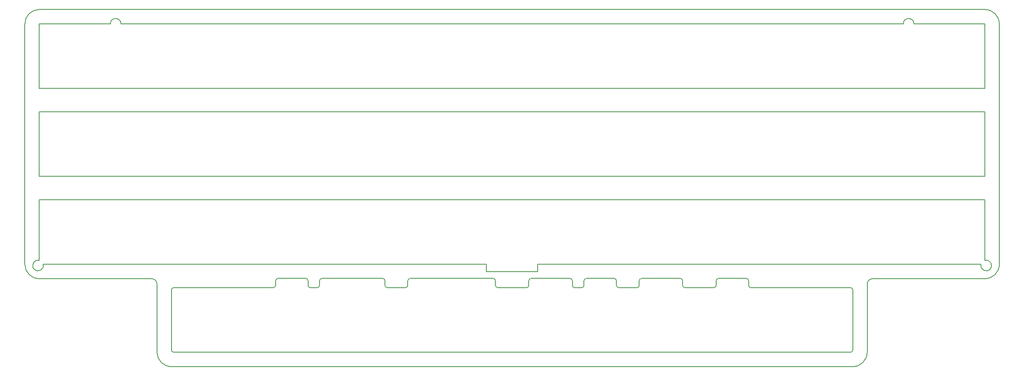
<source format=gm1>
%TF.GenerationSoftware,KiCad,Pcbnew,(7.0.0)*%
%TF.CreationDate,2023-11-20T08:37:48+01:00*%
%TF.ProjectId,plate,706c6174-652e-46b6-9963-61645f706362,rev?*%
%TF.SameCoordinates,Original*%
%TF.FileFunction,Profile,NP*%
%FSLAX46Y46*%
G04 Gerber Fmt 4.6, Leading zero omitted, Abs format (unit mm)*
G04 Created by KiCad (PCBNEW (7.0.0)) date 2023-11-20 08:37:48*
%MOMM*%
%LPD*%
G01*
G04 APERTURE LIST*
%TA.AperFunction,Profile*%
%ADD10C,0.200000*%
%TD*%
G04 APERTURE END LIST*
D10*
X55770140Y-110980437D02*
X59668750Y-110981250D01*
X193018750Y-91931250D02*
X197493750Y-91931250D01*
X107293750Y-96981250D02*
X107006250Y-96981250D01*
X243025000Y-91931250D02*
X245406250Y-91931250D01*
X183493750Y-91931250D02*
X187968750Y-91931250D01*
X194025583Y-114533517D02*
G75*
G03*
X193525625Y-114033517I-500083J-83D01*
G01*
X102531250Y-72881250D02*
X107006250Y-72881250D01*
X87956250Y-96981250D02*
X83481250Y-96981250D01*
X192731250Y-58881250D02*
X188256250Y-58881250D01*
X154918750Y-77931250D02*
X150156250Y-77931250D01*
X93006250Y-96981250D02*
X88243750Y-96981250D01*
X216543750Y-91931250D02*
X221306250Y-91931250D01*
X235881250Y-72881250D02*
X240356250Y-72881250D01*
X140631250Y-72881250D02*
X145106250Y-72881250D01*
X102243750Y-110981250D02*
X102531250Y-110981250D01*
X226356250Y-110981250D02*
X230831250Y-110981250D01*
X54906250Y-58881250D02*
X54906250Y-72881250D01*
X88243750Y-110981250D02*
X93006250Y-110981250D01*
X59668750Y-91931250D02*
X68906250Y-91931250D01*
X188256250Y-72881250D02*
X192731250Y-72881250D01*
X178731250Y-72881250D02*
X183206250Y-72881250D01*
X183206250Y-91931250D02*
X183493750Y-91931250D01*
X212068750Y-77931250D02*
X207306250Y-77931250D01*
X169206250Y-110981250D02*
X173681250Y-110981250D01*
X121581250Y-110981250D02*
X126056250Y-110981250D01*
X178443750Y-77931250D02*
X173968750Y-77931250D01*
X201781375Y-114033475D02*
G75*
G03*
X201281375Y-114533517I25J-500025D01*
G01*
X211781250Y-110981250D02*
X216543750Y-110981250D01*
X126056250Y-96981250D02*
X121581250Y-96981250D01*
X230831383Y-116533517D02*
G75*
G03*
X230331375Y-116033517I-499983J17D01*
G01*
X259403670Y-110119752D02*
X259406250Y-96981250D01*
X197493750Y-91931250D02*
X202256250Y-91931250D01*
X211781250Y-96981250D02*
X207306250Y-96981250D01*
X68906250Y-77931250D02*
X59668750Y-77931250D01*
X54906250Y-96981250D02*
X54907479Y-110119293D01*
X183493750Y-96981250D02*
X183206250Y-96981250D01*
X121581250Y-58881250D02*
X116531250Y-58881250D01*
X140631250Y-110981250D02*
X145106250Y-110981250D01*
X106531375Y-114033517D02*
X112531375Y-114033517D01*
X202256250Y-110981250D02*
X202543750Y-110981250D01*
X207306250Y-91931250D02*
X212068750Y-91931250D01*
X207306250Y-96981250D02*
X202543750Y-96981250D01*
X235593750Y-91931250D02*
X238262500Y-91931250D01*
X184144375Y-116033475D02*
G75*
G03*
X184644375Y-115533517I25J499975D01*
G01*
X208281375Y-114533517D02*
X208281375Y-115533517D01*
X80381383Y-115283517D02*
G75*
G03*
X79181375Y-114083517I-1199983J17D01*
G01*
X54906250Y-91931250D02*
X57287500Y-91931250D01*
X170681375Y-116033517D02*
X172206375Y-116033517D01*
X150156250Y-77931250D02*
X145106250Y-77931250D01*
X106031375Y-115533517D02*
X106031375Y-114533517D01*
X145106250Y-72881250D02*
X150156250Y-72881250D01*
X59668750Y-58881250D02*
X54906250Y-58881250D01*
X126056250Y-110981250D02*
X126343750Y-110981250D01*
X241731375Y-58883517D02*
X240356250Y-58881250D01*
X162718750Y-110981250D02*
X162718750Y-112568750D01*
X59668750Y-72881250D02*
X64431250Y-72881250D01*
X169206250Y-72881250D02*
X173681250Y-72881250D01*
X221593750Y-77931250D02*
X221306250Y-77931250D01*
X173968750Y-77931250D02*
X169206250Y-77931250D01*
X150156250Y-96981250D02*
X145393750Y-96981250D01*
X201281375Y-115533517D02*
X201281375Y-114533517D01*
X73668750Y-72881250D02*
X73956250Y-72881250D01*
X68906250Y-72881250D02*
X73668750Y-72881250D01*
X202256250Y-91931250D02*
X202543750Y-91931250D01*
X154631250Y-96981250D02*
X150156250Y-96981250D01*
X185144375Y-114033475D02*
G75*
G03*
X184644375Y-114533517I25J-500025D01*
G01*
X83481383Y-129533517D02*
G75*
G03*
X83981375Y-130033517I500017J17D01*
G01*
X202543750Y-96981250D02*
X202256250Y-96981250D01*
X164156250Y-110981250D02*
X164443750Y-110981250D01*
X200781375Y-116033475D02*
G75*
G03*
X201281375Y-115533517I25J499975D01*
G01*
X221593750Y-91931250D02*
X226068750Y-91931250D01*
X68906250Y-91931250D02*
X78718750Y-91931250D01*
X62050000Y-110981250D02*
X68906250Y-110981250D01*
X192731250Y-96981250D02*
X188256250Y-96981250D01*
X73668750Y-96981250D02*
X68906250Y-96981250D01*
X178443750Y-110981250D02*
X178731250Y-110981250D01*
X80381383Y-130033517D02*
G75*
G03*
X83481375Y-133133517I3100017J17D01*
G01*
X76050000Y-96981250D02*
X73956250Y-96981250D01*
X97481250Y-72881250D02*
X102531250Y-72881250D01*
X87956250Y-110981250D02*
X88243750Y-110981250D01*
X87956250Y-72881250D02*
X93006250Y-72881250D01*
X197781250Y-58881250D02*
X192731250Y-58881250D01*
X243025000Y-96981250D02*
X240643750Y-96981250D01*
X78718750Y-91931250D02*
X87956250Y-91931250D01*
X257025000Y-96981250D02*
X254643750Y-96981250D01*
X145106250Y-77931250D02*
X135868750Y-77931250D01*
X54906250Y-77931250D02*
X54906250Y-91931250D01*
X221306250Y-58881250D02*
X216831250Y-58881250D01*
X73956250Y-72881250D02*
X78431250Y-72881250D01*
X76050000Y-110981250D02*
X83481250Y-110981250D01*
X97481250Y-110981250D02*
X102243750Y-110981250D01*
X245406250Y-96981250D02*
X243025000Y-96981250D01*
X131106250Y-77931250D02*
X126056250Y-77931250D01*
X121581250Y-72881250D02*
X126056250Y-72881250D01*
X202256250Y-77931250D02*
X197493750Y-77931250D01*
X83481375Y-129533517D02*
X83481375Y-116533517D01*
X179706375Y-114533517D02*
X179706375Y-115533517D01*
X259406375Y-114083517D02*
X235131375Y-114083517D01*
X97481250Y-96981250D02*
X93006250Y-96981250D01*
X62050000Y-96981250D02*
X59668750Y-96981250D01*
X235593750Y-96981250D02*
X230831250Y-96981250D01*
X78718750Y-77931250D02*
X68906250Y-77931250D01*
X259406250Y-58881250D02*
X254643750Y-58881250D01*
X257025000Y-110981250D02*
X258542526Y-110982413D01*
X235593750Y-77931250D02*
X226356250Y-77931250D01*
X59668750Y-96981250D02*
X54906250Y-96981250D01*
X221306250Y-110981250D02*
X221593750Y-110981250D01*
X221593750Y-110981250D02*
X226356250Y-110981250D01*
X188256250Y-77931250D02*
X187968750Y-77931250D01*
X113531375Y-116033517D02*
X115024625Y-116033517D01*
X254643750Y-91931250D02*
X257025000Y-91931250D01*
X105531375Y-116033475D02*
G75*
G03*
X106031375Y-115533517I25J499975D01*
G01*
X168918750Y-77931250D02*
X164443750Y-77931250D01*
X131106250Y-96981250D02*
X126343750Y-96981250D01*
X164156250Y-96981250D02*
X159681250Y-96981250D01*
X259406375Y-114083475D02*
G75*
G03*
X262506375Y-110983517I25J3099975D01*
G01*
X112056250Y-91931250D02*
X116818750Y-91931250D01*
X258542575Y-110982424D02*
G75*
G03*
X259403670Y-110119753I1123225J-260076D01*
G01*
X164443750Y-91931250D02*
X168918750Y-91931250D01*
X112056250Y-77931250D02*
X107006250Y-77931250D01*
X107006250Y-72881250D02*
X112056250Y-72881250D01*
X208781375Y-116033517D02*
X230331375Y-116033517D01*
X135581250Y-58881250D02*
X131106250Y-58881250D01*
X257025000Y-91931250D02*
X259406250Y-91931250D01*
X254643750Y-110981250D02*
X257025000Y-110981250D01*
X153544383Y-115533517D02*
G75*
G03*
X154044375Y-116033517I500017J17D01*
G01*
X216543750Y-77931250D02*
X212068750Y-77931250D01*
X230831375Y-116533517D02*
X230831375Y-129533517D01*
X135106375Y-114033475D02*
G75*
G03*
X134606375Y-114533517I25J-500025D01*
G01*
X207018750Y-77931250D02*
X202543750Y-77931250D01*
X185144375Y-114033517D02*
X193525625Y-114033517D01*
X226356250Y-77931250D02*
X226068750Y-77931250D01*
X93006250Y-58881250D02*
X87956250Y-58881250D01*
X134606375Y-115533517D02*
X134606375Y-114533517D01*
X54906375Y-55783475D02*
G75*
G03*
X51806375Y-58883517I25J-3100025D01*
G01*
X121293750Y-96981250D02*
X116531250Y-96981250D01*
X216831250Y-72881250D02*
X221306250Y-72881250D01*
X78431250Y-58881250D02*
X73956250Y-58881250D01*
X83981375Y-116033475D02*
G75*
G03*
X83481375Y-116533517I25J-500025D01*
G01*
X107293750Y-110981250D02*
X112056250Y-110981250D01*
X221306250Y-96981250D02*
X216831250Y-96981250D01*
X197493750Y-96981250D02*
X192731250Y-96981250D01*
X226068750Y-77931250D02*
X221593750Y-77931250D01*
X51806375Y-110983517D02*
X51806375Y-58883517D01*
X73668750Y-110981250D02*
X73956250Y-110981250D01*
X159681250Y-72881250D02*
X164156250Y-72881250D01*
X126343750Y-96981250D02*
X126056250Y-96981250D01*
X194025583Y-115533517D02*
G75*
G03*
X194525625Y-116033517I500117J117D01*
G01*
X102243750Y-96981250D02*
X97481250Y-96981250D01*
X107006250Y-110981250D02*
X107293750Y-110981250D01*
X230831375Y-133133475D02*
G75*
G03*
X233931375Y-130033517I25J3099975D01*
G01*
X59668750Y-77931250D02*
X57287500Y-77931250D01*
X226356250Y-58881250D02*
X221306250Y-58881250D01*
X57287500Y-91931250D02*
X59668750Y-91931250D01*
X64431250Y-72881250D02*
X68906250Y-72881250D01*
X145393750Y-110981250D02*
X150156250Y-110981250D01*
X170181375Y-114533517D02*
X170181375Y-115533517D01*
X208281383Y-115533517D02*
G75*
G03*
X208781375Y-116033517I500017J17D01*
G01*
X164443750Y-110981250D02*
X169206250Y-110981250D01*
X121581250Y-96981250D02*
X121293750Y-96981250D01*
X221306250Y-91931250D02*
X221593750Y-91931250D01*
X207306250Y-58881250D02*
X202256250Y-58881250D01*
X150156250Y-110981250D02*
X151606250Y-110981250D01*
X201781375Y-114033517D02*
X207781375Y-114033517D01*
X164443750Y-77931250D02*
X164156250Y-77931250D01*
X230831250Y-58881250D02*
X226356250Y-58881250D01*
X207306250Y-72881250D02*
X211781250Y-72881250D01*
X179706383Y-114533517D02*
G75*
G03*
X179206375Y-114033517I-499983J17D01*
G01*
X68906250Y-58881250D02*
X64431250Y-58881250D01*
X207018750Y-91931250D02*
X207306250Y-91931250D01*
X259406250Y-96981250D02*
X257025000Y-96981250D01*
X126056250Y-77931250D02*
X116818750Y-77931250D01*
X230331375Y-130033475D02*
G75*
G03*
X230831375Y-129533517I25J499975D01*
G01*
X221593750Y-96981250D02*
X221306250Y-96981250D01*
X173681250Y-58881250D02*
X169206250Y-58881250D01*
X183206250Y-77931250D02*
X178443750Y-77931250D01*
X230831250Y-72881250D02*
X235881250Y-72881250D01*
X243025000Y-110981250D02*
X245406250Y-110981250D01*
X216543750Y-96981250D02*
X211781250Y-96981250D01*
X97481250Y-58881250D02*
X93006250Y-58881250D01*
X179706383Y-115533517D02*
G75*
G03*
X180206375Y-116033517I500017J17D01*
G01*
X68906250Y-110981250D02*
X73668750Y-110981250D01*
X183493750Y-77931250D02*
X183206250Y-77931250D01*
X97768750Y-77931250D02*
X93006250Y-77931250D01*
X240643750Y-96981250D02*
X235593750Y-96981250D01*
X150156250Y-58881250D02*
X145106250Y-58881250D01*
X131106250Y-58881250D02*
X126056250Y-58881250D01*
X131106250Y-91931250D02*
X135868750Y-91931250D01*
X161268375Y-114033517D02*
X169681375Y-114033517D01*
X116531250Y-72881250D02*
X121581250Y-72881250D01*
X135581250Y-96981250D02*
X131106250Y-96981250D01*
X192731250Y-72881250D02*
X197781250Y-72881250D01*
X150156250Y-91931250D02*
X154918750Y-91931250D01*
X102531250Y-96981250D02*
X102243750Y-96981250D01*
X97768750Y-91931250D02*
X107006250Y-91931250D01*
X93006250Y-77931250D02*
X87956250Y-77931250D01*
X216831250Y-58881250D02*
X211781250Y-58881250D01*
X54906375Y-55783517D02*
X259406375Y-55783517D01*
X173206375Y-114033517D02*
X179206375Y-114033517D01*
X202543750Y-91931250D02*
X207018750Y-91931250D01*
X116531250Y-58881250D02*
X112056250Y-58881250D01*
X145106250Y-110981250D02*
X145393750Y-110981250D01*
X259406250Y-91931250D02*
X259406250Y-77931250D01*
X160268375Y-116033475D02*
G75*
G03*
X160768375Y-115533517I25J499975D01*
G01*
X83981375Y-116033517D02*
X105531375Y-116033517D01*
X202256250Y-72881250D02*
X207306250Y-72881250D01*
X83481250Y-96981250D02*
X76050000Y-96981250D01*
X178443750Y-96981250D02*
X173681250Y-96981250D01*
X173206375Y-114033475D02*
G75*
G03*
X172706375Y-114533517I25J-500025D01*
G01*
X245406250Y-110981250D02*
X254643750Y-110981250D01*
X240356250Y-91931250D02*
X240643750Y-91931250D01*
X259406250Y-72881250D02*
X259406250Y-58881250D01*
X131106250Y-72881250D02*
X135581250Y-72881250D01*
X64431250Y-58881250D02*
X59668750Y-58881250D01*
X226356250Y-91931250D02*
X235593750Y-91931250D01*
X187968750Y-91931250D02*
X188256250Y-91931250D01*
X83481250Y-58881250D02*
X78431250Y-58881250D01*
X93006250Y-91931250D02*
X97768750Y-91931250D01*
X107006250Y-96981250D02*
X102531250Y-96981250D01*
X113031383Y-114533517D02*
G75*
G03*
X112531375Y-114033517I-499983J17D01*
G01*
X140631250Y-96981250D02*
X140343750Y-96981250D01*
X197493750Y-110981250D02*
X197781250Y-110981250D01*
X116818750Y-77931250D02*
X112056250Y-77931250D01*
X164443750Y-96981250D02*
X164156250Y-96981250D01*
X221306250Y-77931250D02*
X216543750Y-77931250D01*
X230831250Y-96981250D02*
X226356250Y-96981250D01*
X102531250Y-110981250D02*
X107006250Y-110981250D01*
X197781250Y-72881250D02*
X202256250Y-72881250D01*
X184644375Y-115533517D02*
X184644375Y-114533517D01*
X87956250Y-77931250D02*
X78718750Y-77931250D01*
X257025000Y-72881250D02*
X259406250Y-72881250D01*
X116531250Y-110981250D02*
X121293750Y-110981250D01*
X202256250Y-58881250D02*
X197781250Y-58881250D01*
X87956250Y-91931250D02*
X93006250Y-91931250D01*
X173681250Y-96981250D02*
X169206250Y-96981250D01*
X115024625Y-116033525D02*
G75*
G03*
X115524625Y-115533517I75J499925D01*
G01*
X169206250Y-96981250D02*
X164443750Y-96981250D01*
X112056250Y-96981250D02*
X107293750Y-96981250D01*
X197781250Y-96981250D02*
X197493750Y-96981250D01*
X240643750Y-72881250D02*
X257025000Y-72881250D01*
X112056250Y-58881250D02*
X107006250Y-58881250D01*
X245406250Y-91931250D02*
X252262500Y-91931250D01*
X197493750Y-77931250D02*
X193018750Y-77931250D01*
X116818750Y-91931250D02*
X126056250Y-91931250D01*
X145393750Y-96981250D02*
X145106250Y-96981250D01*
X83481250Y-110981250D02*
X87956250Y-110981250D01*
X150156250Y-72881250D02*
X154631250Y-72881250D01*
X135868750Y-91931250D02*
X145106250Y-91931250D01*
X116531250Y-96981250D02*
X112056250Y-96981250D01*
X113031383Y-115533517D02*
G75*
G03*
X113531375Y-116033517I500017J17D01*
G01*
X207306250Y-77931250D02*
X207018750Y-77931250D01*
X73956250Y-58881250D02*
X72581375Y-58883517D01*
X107006250Y-58881250D02*
X102531250Y-58881250D01*
X183206250Y-72881250D02*
X188256250Y-72881250D01*
X159393750Y-96981250D02*
X154631250Y-96981250D01*
X121293750Y-110981250D02*
X121581250Y-110981250D01*
X178731250Y-58881250D02*
X173681250Y-58881250D01*
X130168375Y-116033517D02*
X134106375Y-116033517D01*
X131106250Y-110981250D02*
X135581250Y-110981250D01*
X51806383Y-110983517D02*
G75*
G03*
X54906375Y-114083517I3100017J17D01*
G01*
X80381375Y-130033517D02*
X80381375Y-115283517D01*
X135581250Y-72881250D02*
X140631250Y-72881250D01*
X240356250Y-72881250D02*
X240643750Y-72881250D01*
X211781250Y-58881250D02*
X207306250Y-58881250D01*
X126056250Y-91931250D02*
X131106250Y-91931250D01*
X151606250Y-112568750D02*
X162718750Y-112568750D01*
X164156250Y-77931250D02*
X154918750Y-77931250D01*
X188256250Y-91931250D02*
X193018750Y-91931250D01*
X172706375Y-115533517D02*
X172706375Y-114533517D01*
X112056250Y-72881250D02*
X116531250Y-72881250D01*
X178443750Y-91931250D02*
X183206250Y-91931250D01*
X235593750Y-110981250D02*
X240643750Y-110981250D01*
X107006250Y-91931250D02*
X112056250Y-91931250D01*
X212068750Y-91931250D02*
X216543750Y-91931250D01*
X134106375Y-116033475D02*
G75*
G03*
X134606375Y-115533517I25J499975D01*
G01*
X257025000Y-77931250D02*
X240643750Y-77931250D01*
X106531375Y-114033475D02*
G75*
G03*
X106031375Y-114533517I25J-500025D01*
G01*
X129668383Y-114533517D02*
G75*
G03*
X129168375Y-114033517I-499983J17D01*
G01*
X183206250Y-58881250D02*
X178731250Y-58881250D01*
X164156250Y-72881250D02*
X169206250Y-72881250D01*
X240643750Y-77931250D02*
X240356250Y-77931250D01*
X170181383Y-115533517D02*
G75*
G03*
X170681375Y-116033517I500017J17D01*
G01*
X140343750Y-96981250D02*
X135581250Y-96981250D01*
X235131375Y-114083475D02*
G75*
G03*
X233931375Y-115283517I25J-1200025D01*
G01*
X249881250Y-58881250D02*
X245406250Y-58881250D01*
X238262500Y-77931250D02*
X235593750Y-77931250D01*
X188256250Y-58881250D02*
X183206250Y-58881250D01*
X159681250Y-58881250D02*
X154631250Y-58881250D01*
X73956250Y-96981250D02*
X73668750Y-96981250D01*
X145106250Y-58881250D02*
X140631250Y-58881250D01*
X192731250Y-110981250D02*
X197493750Y-110981250D01*
X230831375Y-133133517D02*
X83481375Y-133133517D01*
X240643750Y-110981250D02*
X243025000Y-110981250D01*
X88243750Y-96981250D02*
X87956250Y-96981250D01*
X145106250Y-96981250D02*
X140631250Y-96981250D01*
X126056250Y-58881250D02*
X121581250Y-58881250D01*
X70281375Y-58883517D02*
X68906250Y-58881250D01*
X216831250Y-96981250D02*
X216543750Y-96981250D01*
X178731250Y-96981250D02*
X178443750Y-96981250D01*
X183206250Y-110981250D02*
X183493750Y-110981250D01*
X135581250Y-110981250D02*
X140343750Y-110981250D01*
X164156250Y-58881250D02*
X159681250Y-58881250D01*
X151606250Y-110981250D02*
X151606250Y-112568750D01*
X216543750Y-110981250D02*
X216831250Y-110981250D01*
X238262500Y-91931250D02*
X240356250Y-91931250D01*
X240356250Y-58881250D02*
X235881250Y-58881250D01*
X170181383Y-114533517D02*
G75*
G03*
X169681375Y-114033517I-499983J17D01*
G01*
X112056250Y-110981250D02*
X116531250Y-110981250D01*
X59668750Y-110981250D02*
X62050000Y-110981250D01*
X57287500Y-77931250D02*
X54906250Y-77931250D01*
X160768375Y-115533517D02*
X160768375Y-114533517D01*
X126056250Y-72881250D02*
X131106250Y-72881250D01*
X235881250Y-58881250D02*
X230831250Y-58881250D01*
X87956250Y-58881250D02*
X83481250Y-58881250D01*
X115524625Y-115533517D02*
X115524625Y-114533517D01*
X233931375Y-115283517D02*
X233931375Y-130033517D01*
X72581375Y-58883517D02*
G75*
G03*
X70281375Y-58883517I-1150000J0D01*
G01*
X230831250Y-110981250D02*
X235593750Y-110981250D01*
X254643750Y-96981250D02*
X245406250Y-96981250D01*
X129668383Y-115533517D02*
G75*
G03*
X130168375Y-116033517I500017J17D01*
G01*
X93006250Y-110981250D02*
X97481250Y-110981250D01*
X240356250Y-77931250D02*
X238262500Y-77931250D01*
X54906250Y-72881250D02*
X59668750Y-72881250D01*
X216831250Y-110981250D02*
X221306250Y-110981250D01*
X240643750Y-91931250D02*
X243025000Y-91931250D01*
X254643750Y-58881250D02*
X249881250Y-58881250D01*
X244031375Y-58883517D02*
G75*
G03*
X241731375Y-58883517I-1150000J0D01*
G01*
X162718750Y-110981250D02*
X164156250Y-110981250D01*
X226068750Y-91931250D02*
X226356250Y-91931250D01*
X188256250Y-110981250D02*
X192731250Y-110981250D01*
X202256250Y-96981250D02*
X197781250Y-96981250D01*
X140343750Y-110981250D02*
X140631250Y-110981250D01*
X93006250Y-72881250D02*
X97481250Y-72881250D01*
X113031375Y-114533517D02*
X113031375Y-115533517D01*
X83481250Y-72881250D02*
X87956250Y-72881250D01*
X183493750Y-110981250D02*
X188256250Y-110981250D01*
X262506375Y-58883517D02*
X262506375Y-110983517D01*
X226356250Y-96981250D02*
X221593750Y-96981250D01*
X187968750Y-77931250D02*
X183493750Y-77931250D01*
X116024625Y-114033517D02*
X129168375Y-114033517D01*
X159681250Y-96981250D02*
X159393750Y-96981250D01*
X116024625Y-114033525D02*
G75*
G03*
X115524625Y-114533517I-25J-499975D01*
G01*
X154918750Y-91931250D02*
X164156250Y-91931250D01*
X221306250Y-72881250D02*
X226356250Y-72881250D01*
X194025625Y-114533517D02*
X194025625Y-115533517D01*
X164156250Y-91931250D02*
X164443750Y-91931250D01*
X135106375Y-114033517D02*
X153044375Y-114033517D01*
X259406250Y-77931250D02*
X257025000Y-77931250D01*
X193018750Y-77931250D02*
X188256250Y-77931250D01*
X140631250Y-58881250D02*
X135581250Y-58881250D01*
X68906250Y-96981250D02*
X62050000Y-96981250D01*
X262506383Y-58883517D02*
G75*
G03*
X259406375Y-55783517I-3099983J17D01*
G01*
X202543750Y-77931250D02*
X202256250Y-77931250D01*
X245406250Y-58881250D02*
X244031375Y-58883517D01*
X54907478Y-110119299D02*
G75*
G03*
X55770139Y-110980437I-260078J-1123201D01*
G01*
X202543750Y-110981250D02*
X207306250Y-110981250D01*
X145106250Y-91931250D02*
X150156250Y-91931250D01*
X180206375Y-116033517D02*
X184144375Y-116033517D01*
X126343750Y-110981250D02*
X131106250Y-110981250D01*
X107006250Y-77931250D02*
X97768750Y-77931250D01*
X153544383Y-114533517D02*
G75*
G03*
X153044375Y-114033517I-499983J17D01*
G01*
X230331375Y-130033517D02*
X83981375Y-130033517D01*
X173968750Y-91931250D02*
X178443750Y-91931250D01*
X207306250Y-110981250D02*
X211781250Y-110981250D01*
X102531250Y-58881250D02*
X97481250Y-58881250D01*
X173681250Y-72881250D02*
X178731250Y-72881250D01*
X197781250Y-110981250D02*
X202256250Y-110981250D01*
X154631250Y-72881250D02*
X159681250Y-72881250D01*
X73956250Y-110981250D02*
X76050000Y-110981250D01*
X135868750Y-77931250D02*
X131106250Y-77931250D01*
X168918750Y-91931250D02*
X169206250Y-91931250D01*
X211781250Y-72881250D02*
X216831250Y-72881250D01*
X153544375Y-114533517D02*
X153544375Y-115533517D01*
X208281383Y-114533517D02*
G75*
G03*
X207781375Y-114033517I-499983J17D01*
G01*
X79181375Y-114083517D02*
X54906375Y-114083517D01*
X173681250Y-110981250D02*
X178443750Y-110981250D01*
X194525625Y-116033517D02*
X200781375Y-116033517D01*
X252262500Y-91931250D02*
X254643750Y-91931250D01*
X78431250Y-72881250D02*
X83481250Y-72881250D01*
X169206250Y-77931250D02*
X168918750Y-77931250D01*
X161268375Y-114033475D02*
G75*
G03*
X160768375Y-114533517I25J-500025D01*
G01*
X188256250Y-96981250D02*
X183493750Y-96981250D01*
X169206250Y-58881250D02*
X164156250Y-58881250D01*
X183206250Y-96981250D02*
X178731250Y-96981250D01*
X178731250Y-110981250D02*
X183206250Y-110981250D01*
X172206375Y-116033475D02*
G75*
G03*
X172706375Y-115533517I25J499975D01*
G01*
X169206250Y-91931250D02*
X173968750Y-91931250D01*
X226356250Y-72881250D02*
X230831250Y-72881250D01*
X154044375Y-116033517D02*
X160268375Y-116033517D01*
X154631250Y-58881250D02*
X150156250Y-58881250D01*
X129668375Y-114533517D02*
X129668375Y-115533517D01*
M02*

</source>
